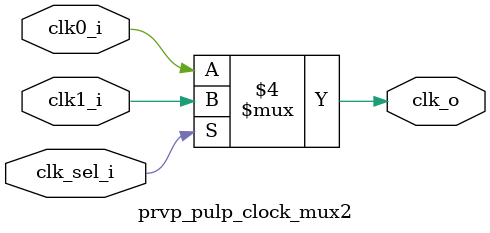
<source format=sv>

module prvp_pulp_clock_mux2
(
    input  logic clk0_i,
    input  logic clk1_i,
    input  logic clk_sel_i,
    output logic clk_o
  );

  always_comb
  begin
    if (clk_sel_i == 1'b0)
      clk_o = clk0_i;
    else
      clk_o = clk1_i;
  end

endmodule

</source>
